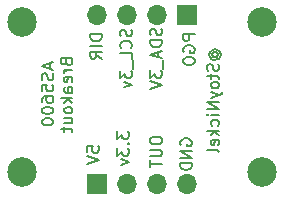
<source format=gbs>
%TF.GenerationSoftware,KiCad,Pcbnew,(6.0.10)*%
%TF.CreationDate,2023-01-14T14:38:52-05:00*%
%TF.ProjectId,AS5600-Breakout,41533536-3030-42d4-9272-65616b6f7574,rev?*%
%TF.SameCoordinates,Original*%
%TF.FileFunction,Soldermask,Bot*%
%TF.FilePolarity,Negative*%
%FSLAX46Y46*%
G04 Gerber Fmt 4.6, Leading zero omitted, Abs format (unit mm)*
G04 Created by KiCad (PCBNEW (6.0.10)) date 2023-01-14 14:38:52*
%MOMM*%
%LPD*%
G01*
G04 APERTURE LIST*
%ADD10C,0.150000*%
%ADD11C,2.500000*%
%ADD12R,1.700000X1.700000*%
%ADD13O,1.700000X1.700000*%
G04 APERTURE END LIST*
D10*
X130532190Y-81677333D02*
X130484571Y-81629714D01*
X130436952Y-81534476D01*
X130436952Y-81439238D01*
X130484571Y-81344000D01*
X130532190Y-81296380D01*
X130627428Y-81248761D01*
X130722666Y-81248761D01*
X130817904Y-81296380D01*
X130865523Y-81344000D01*
X130913142Y-81439238D01*
X130913142Y-81534476D01*
X130865523Y-81629714D01*
X130817904Y-81677333D01*
X130436952Y-81677333D02*
X130817904Y-81677333D01*
X130865523Y-81724952D01*
X130865523Y-81772571D01*
X130817904Y-81867809D01*
X130722666Y-81915428D01*
X130484571Y-81915428D01*
X130341714Y-81820190D01*
X130246476Y-81677333D01*
X130198857Y-81486857D01*
X130246476Y-81296380D01*
X130341714Y-81153523D01*
X130484571Y-81058285D01*
X130675047Y-81010666D01*
X130865523Y-81058285D01*
X131008380Y-81153523D01*
X131103619Y-81296380D01*
X131151238Y-81486857D01*
X131103619Y-81677333D01*
X131008380Y-81820190D01*
X130960761Y-82296380D02*
X131008380Y-82439238D01*
X131008380Y-82677333D01*
X130960761Y-82772571D01*
X130913142Y-82820190D01*
X130817904Y-82867809D01*
X130722666Y-82867809D01*
X130627428Y-82820190D01*
X130579809Y-82772571D01*
X130532190Y-82677333D01*
X130484571Y-82486857D01*
X130436952Y-82391619D01*
X130389333Y-82344000D01*
X130294095Y-82296380D01*
X130198857Y-82296380D01*
X130103619Y-82344000D01*
X130056000Y-82391619D01*
X130008380Y-82486857D01*
X130008380Y-82724952D01*
X130056000Y-82867809D01*
X130341714Y-83153523D02*
X130341714Y-83534476D01*
X130008380Y-83296380D02*
X130865523Y-83296380D01*
X130960761Y-83344000D01*
X131008380Y-83439238D01*
X131008380Y-83534476D01*
X131008380Y-84010666D02*
X130960761Y-83915428D01*
X130913142Y-83867809D01*
X130817904Y-83820190D01*
X130532190Y-83820190D01*
X130436952Y-83867809D01*
X130389333Y-83915428D01*
X130341714Y-84010666D01*
X130341714Y-84153523D01*
X130389333Y-84248761D01*
X130436952Y-84296380D01*
X130532190Y-84344000D01*
X130817904Y-84344000D01*
X130913142Y-84296380D01*
X130960761Y-84248761D01*
X131008380Y-84153523D01*
X131008380Y-84010666D01*
X130341714Y-84677333D02*
X131008380Y-84915428D01*
X130341714Y-85153523D02*
X131008380Y-84915428D01*
X131246476Y-84820190D01*
X131294095Y-84772571D01*
X131341714Y-84677333D01*
X131008380Y-85534476D02*
X130008380Y-85534476D01*
X131008380Y-86105904D01*
X130008380Y-86105904D01*
X131008380Y-86582095D02*
X130341714Y-86582095D01*
X130008380Y-86582095D02*
X130056000Y-86534476D01*
X130103619Y-86582095D01*
X130056000Y-86629714D01*
X130008380Y-86582095D01*
X130103619Y-86582095D01*
X130960761Y-87486857D02*
X131008380Y-87391619D01*
X131008380Y-87201142D01*
X130960761Y-87105904D01*
X130913142Y-87058285D01*
X130817904Y-87010666D01*
X130532190Y-87010666D01*
X130436952Y-87058285D01*
X130389333Y-87105904D01*
X130341714Y-87201142D01*
X130341714Y-87391619D01*
X130389333Y-87486857D01*
X131008380Y-87915428D02*
X130008380Y-87915428D01*
X130627428Y-88010666D02*
X131008380Y-88296380D01*
X130341714Y-88296380D02*
X130722666Y-87915428D01*
X130960761Y-89105904D02*
X131008380Y-89010666D01*
X131008380Y-88820190D01*
X130960761Y-88724952D01*
X130865523Y-88677333D01*
X130484571Y-88677333D01*
X130389333Y-88724952D01*
X130341714Y-88820190D01*
X130341714Y-89010666D01*
X130389333Y-89105904D01*
X130484571Y-89153523D01*
X130579809Y-89153523D01*
X130675047Y-88677333D01*
X131008380Y-89724952D02*
X130960761Y-89629714D01*
X130865523Y-89582095D01*
X130008380Y-89582095D01*
X119848380Y-89725523D02*
X119848380Y-89249333D01*
X120324571Y-89201714D01*
X120276952Y-89249333D01*
X120229333Y-89344571D01*
X120229333Y-89582666D01*
X120276952Y-89677904D01*
X120324571Y-89725523D01*
X120419809Y-89773142D01*
X120657904Y-89773142D01*
X120753142Y-89725523D01*
X120800761Y-89677904D01*
X120848380Y-89582666D01*
X120848380Y-89344571D01*
X120800761Y-89249333D01*
X120753142Y-89201714D01*
X119848380Y-90058857D02*
X120848380Y-90392190D01*
X119848380Y-90725523D01*
X122388380Y-87979428D02*
X122388380Y-88598476D01*
X122769333Y-88265142D01*
X122769333Y-88408000D01*
X122816952Y-88503238D01*
X122864571Y-88550857D01*
X122959809Y-88598476D01*
X123197904Y-88598476D01*
X123293142Y-88550857D01*
X123340761Y-88503238D01*
X123388380Y-88408000D01*
X123388380Y-88122285D01*
X123340761Y-88027047D01*
X123293142Y-87979428D01*
X123293142Y-89027047D02*
X123340761Y-89074666D01*
X123388380Y-89027047D01*
X123340761Y-88979428D01*
X123293142Y-89027047D01*
X123388380Y-89027047D01*
X122388380Y-89408000D02*
X122388380Y-90027047D01*
X122769333Y-89693714D01*
X122769333Y-89836571D01*
X122816952Y-89931809D01*
X122864571Y-89979428D01*
X122959809Y-90027047D01*
X123197904Y-90027047D01*
X123293142Y-89979428D01*
X123340761Y-89931809D01*
X123388380Y-89836571D01*
X123388380Y-89550857D01*
X123340761Y-89455619D01*
X123293142Y-89408000D01*
X122721714Y-90360380D02*
X123388380Y-90598476D01*
X122721714Y-90836571D01*
X125182380Y-88662000D02*
X125182380Y-88852476D01*
X125230000Y-88947714D01*
X125325238Y-89042952D01*
X125515714Y-89090571D01*
X125849047Y-89090571D01*
X126039523Y-89042952D01*
X126134761Y-88947714D01*
X126182380Y-88852476D01*
X126182380Y-88662000D01*
X126134761Y-88566761D01*
X126039523Y-88471523D01*
X125849047Y-88423904D01*
X125515714Y-88423904D01*
X125325238Y-88471523D01*
X125230000Y-88566761D01*
X125182380Y-88662000D01*
X125182380Y-89519142D02*
X125991904Y-89519142D01*
X126087142Y-89566761D01*
X126134761Y-89614380D01*
X126182380Y-89709619D01*
X126182380Y-89900095D01*
X126134761Y-89995333D01*
X126087142Y-90042952D01*
X125991904Y-90090571D01*
X125182380Y-90090571D01*
X125182380Y-90423904D02*
X125182380Y-90995333D01*
X126182380Y-90709619D02*
X125182380Y-90709619D01*
X127770000Y-89154095D02*
X127722380Y-89058857D01*
X127722380Y-88916000D01*
X127770000Y-88773142D01*
X127865238Y-88677904D01*
X127960476Y-88630285D01*
X128150952Y-88582666D01*
X128293809Y-88582666D01*
X128484285Y-88630285D01*
X128579523Y-88677904D01*
X128674761Y-88773142D01*
X128722380Y-88916000D01*
X128722380Y-89011238D01*
X128674761Y-89154095D01*
X128627142Y-89201714D01*
X128293809Y-89201714D01*
X128293809Y-89011238D01*
X128722380Y-89630285D02*
X127722380Y-89630285D01*
X128722380Y-90201714D01*
X127722380Y-90201714D01*
X128722380Y-90677904D02*
X127722380Y-90677904D01*
X127722380Y-90916000D01*
X127770000Y-91058857D01*
X127865238Y-91154095D01*
X127960476Y-91201714D01*
X128150952Y-91249333D01*
X128293809Y-91249333D01*
X128484285Y-91201714D01*
X128579523Y-91154095D01*
X128674761Y-91058857D01*
X128722380Y-90916000D01*
X128722380Y-90677904D01*
X121102380Y-79772000D02*
X120102380Y-79772000D01*
X120102380Y-80010095D01*
X120150000Y-80152952D01*
X120245238Y-80248190D01*
X120340476Y-80295809D01*
X120530952Y-80343428D01*
X120673809Y-80343428D01*
X120864285Y-80295809D01*
X120959523Y-80248190D01*
X121054761Y-80152952D01*
X121102380Y-80010095D01*
X121102380Y-79772000D01*
X121102380Y-80772000D02*
X120102380Y-80772000D01*
X121102380Y-81819619D02*
X120626190Y-81486285D01*
X121102380Y-81248190D02*
X120102380Y-81248190D01*
X120102380Y-81629142D01*
X120150000Y-81724380D01*
X120197619Y-81772000D01*
X120292857Y-81819619D01*
X120435714Y-81819619D01*
X120530952Y-81772000D01*
X120578571Y-81724380D01*
X120626190Y-81629142D01*
X120626190Y-81248190D01*
X123594761Y-79359428D02*
X123642380Y-79502285D01*
X123642380Y-79740380D01*
X123594761Y-79835619D01*
X123547142Y-79883238D01*
X123451904Y-79930857D01*
X123356666Y-79930857D01*
X123261428Y-79883238D01*
X123213809Y-79835619D01*
X123166190Y-79740380D01*
X123118571Y-79549904D01*
X123070952Y-79454666D01*
X123023333Y-79407047D01*
X122928095Y-79359428D01*
X122832857Y-79359428D01*
X122737619Y-79407047D01*
X122690000Y-79454666D01*
X122642380Y-79549904D01*
X122642380Y-79788000D01*
X122690000Y-79930857D01*
X123547142Y-80930857D02*
X123594761Y-80883238D01*
X123642380Y-80740380D01*
X123642380Y-80645142D01*
X123594761Y-80502285D01*
X123499523Y-80407047D01*
X123404285Y-80359428D01*
X123213809Y-80311809D01*
X123070952Y-80311809D01*
X122880476Y-80359428D01*
X122785238Y-80407047D01*
X122690000Y-80502285D01*
X122642380Y-80645142D01*
X122642380Y-80740380D01*
X122690000Y-80883238D01*
X122737619Y-80930857D01*
X123642380Y-81835619D02*
X123642380Y-81359428D01*
X122642380Y-81359428D01*
X123737619Y-81930857D02*
X123737619Y-82692761D01*
X122642380Y-82835619D02*
X122642380Y-83454666D01*
X123023333Y-83121333D01*
X123023333Y-83264190D01*
X123070952Y-83359428D01*
X123118571Y-83407047D01*
X123213809Y-83454666D01*
X123451904Y-83454666D01*
X123547142Y-83407047D01*
X123594761Y-83359428D01*
X123642380Y-83264190D01*
X123642380Y-82978476D01*
X123594761Y-82883238D01*
X123547142Y-82835619D01*
X122975714Y-83788000D02*
X123642380Y-84026095D01*
X122975714Y-84264190D01*
X126134761Y-79288000D02*
X126182380Y-79430857D01*
X126182380Y-79668952D01*
X126134761Y-79764190D01*
X126087142Y-79811809D01*
X125991904Y-79859428D01*
X125896666Y-79859428D01*
X125801428Y-79811809D01*
X125753809Y-79764190D01*
X125706190Y-79668952D01*
X125658571Y-79478476D01*
X125610952Y-79383238D01*
X125563333Y-79335619D01*
X125468095Y-79288000D01*
X125372857Y-79288000D01*
X125277619Y-79335619D01*
X125230000Y-79383238D01*
X125182380Y-79478476D01*
X125182380Y-79716571D01*
X125230000Y-79859428D01*
X126182380Y-80288000D02*
X125182380Y-80288000D01*
X125182380Y-80526095D01*
X125230000Y-80668952D01*
X125325238Y-80764190D01*
X125420476Y-80811809D01*
X125610952Y-80859428D01*
X125753809Y-80859428D01*
X125944285Y-80811809D01*
X126039523Y-80764190D01*
X126134761Y-80668952D01*
X126182380Y-80526095D01*
X126182380Y-80288000D01*
X125896666Y-81240380D02*
X125896666Y-81716571D01*
X126182380Y-81145142D02*
X125182380Y-81478476D01*
X126182380Y-81811809D01*
X126277619Y-81907047D02*
X126277619Y-82668952D01*
X125182380Y-82811809D02*
X125182380Y-83430857D01*
X125563333Y-83097523D01*
X125563333Y-83240380D01*
X125610952Y-83335619D01*
X125658571Y-83383238D01*
X125753809Y-83430857D01*
X125991904Y-83430857D01*
X126087142Y-83383238D01*
X126134761Y-83335619D01*
X126182380Y-83240380D01*
X126182380Y-82954666D01*
X126134761Y-82859428D01*
X126087142Y-82811809D01*
X125182380Y-83716571D02*
X126182380Y-84049904D01*
X125182380Y-84383238D01*
X128976380Y-79740285D02*
X127976380Y-79740285D01*
X127976380Y-80121238D01*
X128024000Y-80216476D01*
X128071619Y-80264095D01*
X128166857Y-80311714D01*
X128309714Y-80311714D01*
X128404952Y-80264095D01*
X128452571Y-80216476D01*
X128500190Y-80121238D01*
X128500190Y-79740285D01*
X128024000Y-81264095D02*
X127976380Y-81168857D01*
X127976380Y-81026000D01*
X128024000Y-80883142D01*
X128119238Y-80787904D01*
X128214476Y-80740285D01*
X128404952Y-80692666D01*
X128547809Y-80692666D01*
X128738285Y-80740285D01*
X128833523Y-80787904D01*
X128928761Y-80883142D01*
X128976380Y-81026000D01*
X128976380Y-81121238D01*
X128928761Y-81264095D01*
X128881142Y-81311714D01*
X128547809Y-81311714D01*
X128547809Y-81121238D01*
X127976380Y-81930761D02*
X127976380Y-82121238D01*
X128024000Y-82216476D01*
X128119238Y-82311714D01*
X128309714Y-82359333D01*
X128643047Y-82359333D01*
X128833523Y-82311714D01*
X128928761Y-82216476D01*
X128976380Y-82121238D01*
X128976380Y-81930761D01*
X128928761Y-81835523D01*
X128833523Y-81740285D01*
X128643047Y-81692666D01*
X128309714Y-81692666D01*
X128119238Y-81740285D01*
X128024000Y-81835523D01*
X127976380Y-81930761D01*
X116709666Y-82216952D02*
X116709666Y-82693142D01*
X116995380Y-82121714D02*
X115995380Y-82455047D01*
X116995380Y-82788380D01*
X116947761Y-83074095D02*
X116995380Y-83216952D01*
X116995380Y-83455047D01*
X116947761Y-83550285D01*
X116900142Y-83597904D01*
X116804904Y-83645523D01*
X116709666Y-83645523D01*
X116614428Y-83597904D01*
X116566809Y-83550285D01*
X116519190Y-83455047D01*
X116471571Y-83264571D01*
X116423952Y-83169333D01*
X116376333Y-83121714D01*
X116281095Y-83074095D01*
X116185857Y-83074095D01*
X116090619Y-83121714D01*
X116043000Y-83169333D01*
X115995380Y-83264571D01*
X115995380Y-83502666D01*
X116043000Y-83645523D01*
X115995380Y-84550285D02*
X115995380Y-84074095D01*
X116471571Y-84026476D01*
X116423952Y-84074095D01*
X116376333Y-84169333D01*
X116376333Y-84407428D01*
X116423952Y-84502666D01*
X116471571Y-84550285D01*
X116566809Y-84597904D01*
X116804904Y-84597904D01*
X116900142Y-84550285D01*
X116947761Y-84502666D01*
X116995380Y-84407428D01*
X116995380Y-84169333D01*
X116947761Y-84074095D01*
X116900142Y-84026476D01*
X115995380Y-85455047D02*
X115995380Y-85264571D01*
X116043000Y-85169333D01*
X116090619Y-85121714D01*
X116233476Y-85026476D01*
X116423952Y-84978857D01*
X116804904Y-84978857D01*
X116900142Y-85026476D01*
X116947761Y-85074095D01*
X116995380Y-85169333D01*
X116995380Y-85359809D01*
X116947761Y-85455047D01*
X116900142Y-85502666D01*
X116804904Y-85550285D01*
X116566809Y-85550285D01*
X116471571Y-85502666D01*
X116423952Y-85455047D01*
X116376333Y-85359809D01*
X116376333Y-85169333D01*
X116423952Y-85074095D01*
X116471571Y-85026476D01*
X116566809Y-84978857D01*
X115995380Y-86169333D02*
X115995380Y-86264571D01*
X116043000Y-86359809D01*
X116090619Y-86407428D01*
X116185857Y-86455047D01*
X116376333Y-86502666D01*
X116614428Y-86502666D01*
X116804904Y-86455047D01*
X116900142Y-86407428D01*
X116947761Y-86359809D01*
X116995380Y-86264571D01*
X116995380Y-86169333D01*
X116947761Y-86074095D01*
X116900142Y-86026476D01*
X116804904Y-85978857D01*
X116614428Y-85931238D01*
X116376333Y-85931238D01*
X116185857Y-85978857D01*
X116090619Y-86026476D01*
X116043000Y-86074095D01*
X115995380Y-86169333D01*
X115995380Y-87121714D02*
X115995380Y-87216952D01*
X116043000Y-87312190D01*
X116090619Y-87359809D01*
X116185857Y-87407428D01*
X116376333Y-87455047D01*
X116614428Y-87455047D01*
X116804904Y-87407428D01*
X116900142Y-87359809D01*
X116947761Y-87312190D01*
X116995380Y-87216952D01*
X116995380Y-87121714D01*
X116947761Y-87026476D01*
X116900142Y-86978857D01*
X116804904Y-86931238D01*
X116614428Y-86883619D01*
X116376333Y-86883619D01*
X116185857Y-86931238D01*
X116090619Y-86978857D01*
X116043000Y-87026476D01*
X115995380Y-87121714D01*
X118081571Y-82121714D02*
X118129190Y-82264571D01*
X118176809Y-82312190D01*
X118272047Y-82359809D01*
X118414904Y-82359809D01*
X118510142Y-82312190D01*
X118557761Y-82264571D01*
X118605380Y-82169333D01*
X118605380Y-81788380D01*
X117605380Y-81788380D01*
X117605380Y-82121714D01*
X117653000Y-82216952D01*
X117700619Y-82264571D01*
X117795857Y-82312190D01*
X117891095Y-82312190D01*
X117986333Y-82264571D01*
X118033952Y-82216952D01*
X118081571Y-82121714D01*
X118081571Y-81788380D01*
X118605380Y-82788380D02*
X117938714Y-82788380D01*
X118129190Y-82788380D02*
X118033952Y-82836000D01*
X117986333Y-82883619D01*
X117938714Y-82978857D01*
X117938714Y-83074095D01*
X118557761Y-83788380D02*
X118605380Y-83693142D01*
X118605380Y-83502666D01*
X118557761Y-83407428D01*
X118462523Y-83359809D01*
X118081571Y-83359809D01*
X117986333Y-83407428D01*
X117938714Y-83502666D01*
X117938714Y-83693142D01*
X117986333Y-83788380D01*
X118081571Y-83836000D01*
X118176809Y-83836000D01*
X118272047Y-83359809D01*
X118605380Y-84693142D02*
X118081571Y-84693142D01*
X117986333Y-84645523D01*
X117938714Y-84550285D01*
X117938714Y-84359809D01*
X117986333Y-84264571D01*
X118557761Y-84693142D02*
X118605380Y-84597904D01*
X118605380Y-84359809D01*
X118557761Y-84264571D01*
X118462523Y-84216952D01*
X118367285Y-84216952D01*
X118272047Y-84264571D01*
X118224428Y-84359809D01*
X118224428Y-84597904D01*
X118176809Y-84693142D01*
X118605380Y-85169333D02*
X117605380Y-85169333D01*
X118224428Y-85264571D02*
X118605380Y-85550285D01*
X117938714Y-85550285D02*
X118319666Y-85169333D01*
X118605380Y-86121714D02*
X118557761Y-86026476D01*
X118510142Y-85978857D01*
X118414904Y-85931238D01*
X118129190Y-85931238D01*
X118033952Y-85978857D01*
X117986333Y-86026476D01*
X117938714Y-86121714D01*
X117938714Y-86264571D01*
X117986333Y-86359809D01*
X118033952Y-86407428D01*
X118129190Y-86455047D01*
X118414904Y-86455047D01*
X118510142Y-86407428D01*
X118557761Y-86359809D01*
X118605380Y-86264571D01*
X118605380Y-86121714D01*
X117938714Y-87312190D02*
X118605380Y-87312190D01*
X117938714Y-86883619D02*
X118462523Y-86883619D01*
X118557761Y-86931238D01*
X118605380Y-87026476D01*
X118605380Y-87169333D01*
X118557761Y-87264571D01*
X118510142Y-87312190D01*
X117938714Y-87645523D02*
X117938714Y-88026476D01*
X117605380Y-87788380D02*
X118462523Y-87788380D01*
X118557761Y-87836000D01*
X118605380Y-87931238D01*
X118605380Y-88026476D01*
D11*
%TO.C,H4*%
X114300000Y-91440000D03*
%TD*%
%TO.C,H3*%
X114300000Y-78740000D03*
%TD*%
%TO.C,H2*%
X134620000Y-78740000D03*
%TD*%
D12*
%TO.C,J2*%
X128270000Y-78105000D03*
D13*
X125730000Y-78105000D03*
X123190000Y-78105000D03*
X120650000Y-78105000D03*
%TD*%
D11*
%TO.C,H1*%
X134620000Y-91440000D03*
%TD*%
D12*
%TO.C,J1*%
X120650000Y-92456000D03*
D13*
X123190000Y-92456000D03*
X125730000Y-92456000D03*
X128270000Y-92456000D03*
%TD*%
M02*

</source>
